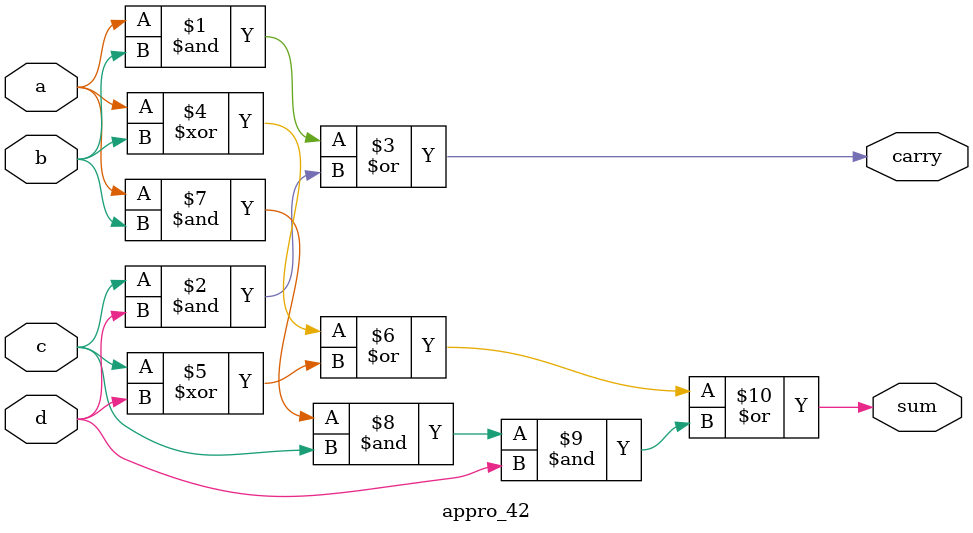
<source format=v>
module appro_42(
    input a,b,c,d,
    output carry,sum
    );
    assign carry = (a&b)|(c&d);
    assign sum = (a^b)|(c^d)|(a&b&c&d);
endmodule

</source>
